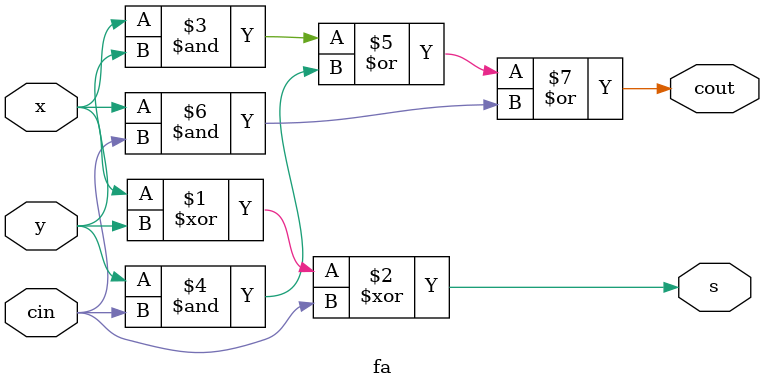
<source format=v>
`timescale 1ns / 1ps

module fa(input x,y,cin, output s,cout);
    assign s=x^y^cin;
    assign cout = (x&y)|(y&cin)|(x&cin);
endmodule


</source>
